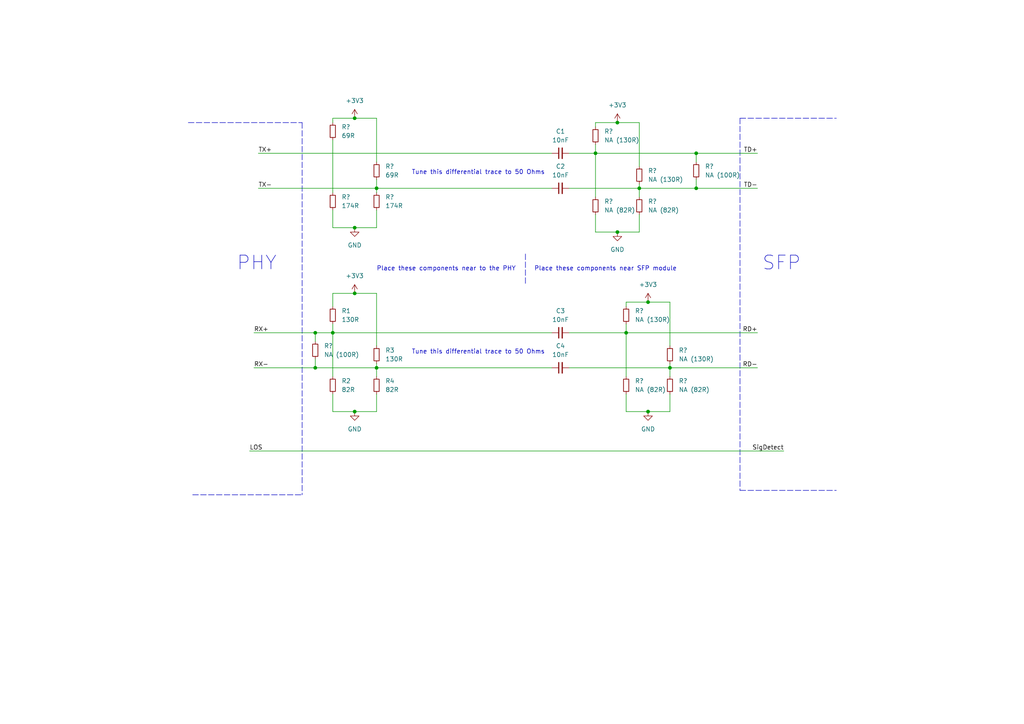
<source format=kicad_sch>
(kicad_sch (version 20211123) (generator eeschema)
  (paper "A4")
  (lib_symbols
    (symbol "Device:C_Small" (pin_numbers hide) (pin_names (offset 0.254) hide)
      (property "Reference" "C" (at 0.254 1.778 0))
      (property "Value" "C_Small" (at 0.254 -2.032 0))
      (symbol "C_Small_0_1"
        (polyline (pts (xy -1.524 -0.508) (xy 1.524 -0.508)) (stroke (width 0.3302)))
        (polyline (pts (xy -1.524 0.508) (xy 1.524 0.508)) (stroke (width 0.3048)))
      )
      (symbol "C_Small_1_1"
        (pin passive line (at 0 2.54 270) (length 2.032) (name "~") (number "1"))
        (pin passive line (at 0 -2.54 90) (length 2.032) (name "~") (number "2"))
      )
    )
    (symbol "Device:R_Small" (pin_numbers hide) (pin_names (offset 0.254) hide)
      (property "Reference" "R" (at 0.762 0.508 0))
      (property "Value" "R_Small" (at 0.762 -1.016 0))
      (symbol "R_Small_0_1"
        (rectangle (start -0.762 1.778) (end 0.762 -1.778) (stroke (width 0.2032)))
      )
      (symbol "R_Small_1_1"
        (pin passive line (at 0 2.54 270) (length 0.762) (name "~") (number "1"))
        (pin passive line (at 0 -2.54 90) (length 0.762) (name "~") (number "2"))
      )
    )
    (symbol "power:+3V3" (power) (pin_names (offset 0))
      (property "Value" "+3V3" (at 0 3.556 0))
      (symbol "+3V3_0_1"
        (polyline (pts (xy -0.762 1.27) (xy 0 2.54)))
        (polyline (pts (xy 0 0) (xy 0 2.54)))
        (polyline (pts (xy 0 2.54) (xy 0.762 1.27)))
      )
      (symbol "+3V3_1_1"
        (pin power_in line (at 0 0 90) (length 0) hide (name "+3V3") (number "1"))
      )
    )
    (symbol "power:GND" (power) (pin_names (offset 0))
      (property "Value" "GND" (at 0 -3.81 0))
      (symbol "GND_0_1"
        (polyline (pts (xy 0 0) (xy 0 -1.27) (xy 1.27 -1.27) (xy 0 -2.54) (xy -1.27 -1.27) (xy 0 -1.27)))
      )
      (symbol "GND_1_1"
        (pin power_in line (at 0 0 270) (length 0) hide (name "GND") (number "1"))
      )
    )
  )
  (junction (at 201.93 44.45))
  (junction (at 179.07 67.31))
  (junction (at 91.44 96.52))
  (junction (at 102.87 119.38))
  (junction (at 185.42 54.61))
  (junction (at 201.93 54.61))
  (junction (at 96.52 96.52))
  (junction (at 109.22 106.68))
  (junction (at 179.07 35.56))
  (junction (at 109.22 54.61))
  (junction (at 91.44 106.68))
  (junction (at 194.31 106.68))
  (junction (at 181.61 96.52))
  (junction (at 102.87 34.29))
  (junction (at 102.87 85.09))
  (junction (at 102.87 66.04))
  (junction (at 172.72 44.45))
  (junction (at 187.96 87.63))
  (junction (at 187.96 119.38))
  (wire (pts (xy 201.93 44.45) (xy 219.71 44.45)))
  (wire (pts (xy 73.66 106.68) (xy 91.44 106.68)))
  (wire (pts (xy 102.87 119.38) (xy 109.22 119.38)))
  (wire (pts (xy 194.31 87.63) (xy 187.96 87.63)))
  (wire (pts (xy 185.42 54.61) (xy 185.42 57.15)))
  (polyline (pts (xy 87.63 35.56) (xy 87.63 143.51)))
  (wire (pts (xy 109.22 52.07) (xy 109.22 54.61)))
  (polyline (pts (xy 54.61 35.56) (xy 87.63 35.56)))
  (wire (pts (xy 172.72 35.56) (xy 172.72 36.83)))
  (wire (pts (xy 109.22 114.3) (xy 109.22 119.38)))
  (wire (pts (xy 194.31 114.3) (xy 194.31 119.38)))
  (polyline (pts (xy 214.63 34.29) (xy 242.57 34.29)))
  (wire (pts (xy 109.22 106.68) (xy 160.02 106.68)))
  (wire (pts (xy 181.61 96.52) (xy 219.71 96.52)))
  (wire (pts (xy 74.93 44.45) (xy 160.02 44.45)))
  (polyline (pts (xy 55.88 143.51) (xy 87.63 143.51)))
  (wire (pts (xy 102.87 34.29) (xy 96.52 34.29)))
  (wire (pts (xy 109.22 85.09) (xy 102.87 85.09)))
  (wire (pts (xy 185.42 53.34) (xy 185.42 54.61)))
  (wire (pts (xy 102.87 66.04) (xy 109.22 66.04)))
  (wire (pts (xy 96.52 114.3) (xy 96.52 119.38)))
  (wire (pts (xy 96.52 85.09) (xy 96.52 88.9)))
  (wire (pts (xy 109.22 106.68) (xy 109.22 109.22)))
  (wire (pts (xy 172.72 44.45) (xy 201.93 44.45)))
  (wire (pts (xy 185.42 54.61) (xy 201.93 54.61)))
  (wire (pts (xy 96.52 34.29) (xy 96.52 35.56)))
  (wire (pts (xy 181.61 119.38) (xy 187.96 119.38)))
  (wire (pts (xy 194.31 106.68) (xy 219.71 106.68)))
  (wire (pts (xy 73.66 96.52) (xy 91.44 96.52)))
  (wire (pts (xy 187.96 119.38) (xy 194.31 119.38)))
  (wire (pts (xy 187.96 87.63) (xy 181.61 87.63)))
  (wire (pts (xy 172.72 67.31) (xy 179.07 67.31)))
  (wire (pts (xy 96.52 96.52) (xy 160.02 96.52)))
  (wire (pts (xy 201.93 54.61) (xy 219.71 54.61)))
  (wire (pts (xy 91.44 96.52) (xy 91.44 99.06)))
  (wire (pts (xy 181.61 87.63) (xy 181.61 88.9)))
  (wire (pts (xy 72.39 130.81) (xy 227.33 130.81)))
  (wire (pts (xy 181.61 96.52) (xy 181.61 109.22)))
  (wire (pts (xy 96.52 60.96) (xy 96.52 66.04)))
  (wire (pts (xy 109.22 34.29) (xy 102.87 34.29)))
  (wire (pts (xy 165.1 44.45) (xy 172.72 44.45)))
  (wire (pts (xy 109.22 60.96) (xy 109.22 66.04)))
  (wire (pts (xy 96.52 40.64) (xy 96.52 55.88)))
  (wire (pts (xy 109.22 54.61) (xy 160.02 54.61)))
  (wire (pts (xy 91.44 104.14) (xy 91.44 106.68)))
  (wire (pts (xy 109.22 54.61) (xy 109.22 55.88)))
  (wire (pts (xy 201.93 44.45) (xy 201.93 46.99)))
  (wire (pts (xy 172.72 41.91) (xy 172.72 44.45)))
  (wire (pts (xy 185.42 35.56) (xy 179.07 35.56)))
  (wire (pts (xy 91.44 106.68) (xy 109.22 106.68)))
  (wire (pts (xy 194.31 105.41) (xy 194.31 106.68)))
  (wire (pts (xy 109.22 46.99) (xy 109.22 34.29)))
  (wire (pts (xy 181.61 114.3) (xy 181.61 119.38)))
  (wire (pts (xy 96.52 66.04) (xy 102.87 66.04)))
  (wire (pts (xy 96.52 96.52) (xy 96.52 109.22)))
  (polyline (pts (xy 152.4 73.66) (xy 152.4 82.55)))
  (wire (pts (xy 172.72 44.45) (xy 172.72 57.15)))
  (wire (pts (xy 102.87 85.09) (xy 96.52 85.09)))
  (wire (pts (xy 179.07 35.56) (xy 172.72 35.56)))
  (wire (pts (xy 74.93 54.61) (xy 109.22 54.61)))
  (wire (pts (xy 96.52 119.38) (xy 102.87 119.38)))
  (wire (pts (xy 181.61 93.98) (xy 181.61 96.52)))
  (wire (pts (xy 165.1 106.68) (xy 194.31 106.68)))
  (polyline (pts (xy 214.63 142.24) (xy 242.57 142.24)))
  (wire (pts (xy 185.42 48.26) (xy 185.42 35.56)))
  (wire (pts (xy 165.1 54.61) (xy 185.42 54.61)))
  (wire (pts (xy 165.1 96.52) (xy 181.61 96.52)))
  (wire (pts (xy 185.42 62.23) (xy 185.42 67.31)))
  (wire (pts (xy 194.31 106.68) (xy 194.31 109.22)))
  (wire (pts (xy 91.44 96.52) (xy 96.52 96.52)))
  (wire (pts (xy 109.22 105.41) (xy 109.22 106.68)))
  (wire (pts (xy 96.52 93.98) (xy 96.52 96.52)))
  (wire (pts (xy 179.07 67.31) (xy 185.42 67.31)))
  (wire (pts (xy 109.22 85.09) (xy 109.22 100.33)))
  (wire (pts (xy 194.31 100.33) (xy 194.31 87.63)))
  (wire (pts (xy 201.93 52.07) (xy 201.93 54.61)))
  (wire (pts (xy 172.72 62.23) (xy 172.72 67.31)))
  (polyline (pts (xy 214.63 34.29) (xy 214.63 142.24)))
  (text "Tune this differential trace to 50 Ohms" (at 119.38 50.8 0) (effects (font (size 1.27 1.27)) (justify left bottom)))
  (text "Place these components near to the PHY" (at 109.22 78.74 0) (effects (font (size 1.27 1.27)) (justify left bottom)))
  (text "Tune this differential trace to 50 Ohms" (at 119.38 102.87 0) (effects (font (size 1.27 1.27)) (justify left bottom)))
  (text "SFP" (at 220.98 78.74 0) (effects (font (size 4 4)) (justify left bottom)))
  (text "Place these components near SFP module" (at 154.94 78.74 0) (effects (font (size 1.27 1.27)) (justify left bottom)))
  (text "PHY" (at 68.58 78.74 0) (effects (font (size 4 4)) (justify left bottom)))
  (label "TX+" (at 74.93 44.45 0))
  (label "LOS" (at 72.39 130.81 0))
  (label "RX+" (at 73.66 96.52 0))
  (label "SigDetect" (at 227.33 130.81 180))
  (label "RD+" (at 219.71 96.52 180))
  (label "RX-" (at 73.66 106.68 0))
  (label "TD-" (at 219.71 54.61 180))
  (label "TD+" (at 219.71 44.45 180))
  (label "RD-" (at 219.71 106.68 180))
  (label "TX-" (at 74.93 54.61 0))
  (symbol (lib_id "Device:R_Small") (at 194.31 111.76 0) (unit 1)
    (property "Reference" "R?" (at 196.85 110.4899 0) (effects (justify left)))
    (property "Value" "NA (82R)" (at 196.85 113.0299 0) (effects (justify left)))
  )
  (symbol (lib_id "Device:C_Small") (at 162.56 106.68 90) (unit 1)
    (property "Reference" "C4" (at 162.5663 100.33 90))
    (property "Value" "10nF" (at 162.5663 102.87 90))
  )
  (symbol (lib_id "Device:R_Small") (at 109.22 111.76 0) (unit 1)
    (property "Reference" "R4" (at 111.76 110.4899 0) (effects (justify left)))
    (property "Value" "82R" (at 111.76 113.0299 0) (effects (justify left)))
  )
  (symbol (lib_id "Device:R_Small") (at 172.72 59.69 0) (unit 1)
    (property "Reference" "R?" (at 175.26 58.4199 0) (effects (justify left)))
    (property "Value" "NA (82R)" (at 175.26 60.9599 0) (effects (justify left)))
  )
  (symbol (lib_id "Device:R_Small") (at 96.52 58.42 0) (unit 1)
    (property "Reference" "R?" (at 99.06 57.1499 0) (effects (justify left)))
    (property "Value" "174R" (at 99.06 59.6899 0) (effects (justify left)))
  )
  (symbol (lib_id "Device:R_Small") (at 109.22 58.42 0) (unit 1)
    (property "Reference" "R?" (at 111.76 57.1499 0) (effects (justify left)))
    (property "Value" "174R" (at 111.76 59.6899 0) (effects (justify left)))
  )
  (symbol (lib_id "Device:R_Small") (at 185.42 50.8 0) (unit 1)
    (property "Reference" "R?" (at 187.96 49.5299 0) (effects (justify left)))
    (property "Value" "NA (130R)" (at 187.96 52.0699 0) (effects (justify left)))
  )
  (symbol (lib_id "Device:R_Small") (at 91.44 101.6 0) (unit 1)
    (property "Reference" "R?" (at 93.98 100.3299 0) (effects (justify left)))
    (property "Value" "NA (100R)" (at 93.98 102.8699 0) (effects (justify left)))
  )
  (symbol (lib_id "power:+3V3") (at 102.87 34.29 0) (unit 1)
    (property "Reference" "#PWR?" (effects hide))
    (property "Value" "+3V3" (at 102.87 29.21 0))
  )
  (symbol (lib_id "power:GND") (at 179.07 67.31 0) (unit 1)
    (property "Reference" "#PWR?" (effects hide))
    (property "Value" "GND" (at 179.07 72.39 0))
  )
  (symbol (lib_id "power:+3V3") (at 179.07 35.56 0) (unit 1)
    (property "Reference" "#PWR?" (effects hide))
    (property "Value" "+3V3" (at 179.07 30.48 0))
  )
  (symbol (lib_id "power:GND") (at 102.87 66.04 0) (unit 1)
    (property "Reference" "#PWR?" (effects hide))
    (property "Value" "GND" (at 102.87 71.12 0))
  )
  (symbol (lib_id "Device:R_Small") (at 109.22 102.87 0) (unit 1)
    (property "Reference" "R3" (at 111.76 101.5999 0) (effects (justify left)))
    (property "Value" "130R" (at 111.76 104.1399 0) (effects (justify left)))
  )
  (symbol (lib_id "Device:R_Small") (at 181.61 111.76 0) (unit 1)
    (property "Reference" "R?" (at 184.15 110.4899 0) (effects (justify left)))
    (property "Value" "NA (82R)" (at 184.15 113.0299 0) (effects (justify left)))
  )
  (symbol (lib_id "Device:R_Small") (at 194.31 102.87 0) (unit 1)
    (property "Reference" "R?" (at 196.85 101.5999 0) (effects (justify left)))
    (property "Value" "NA (130R)" (at 196.85 104.1399 0) (effects (justify left)))
  )
  (symbol (lib_id "power:+3V3") (at 102.87 85.09 0) (unit 1)
    (property "Reference" "#PWR01" (effects hide))
    (property "Value" "+3V3" (at 102.87 80.01 0))
  )
  (symbol (lib_id "Device:C_Small") (at 162.56 44.45 90) (unit 1)
    (property "Reference" "C1" (at 162.5663 38.1 90))
    (property "Value" "10nF" (at 162.5663 40.64 90))
  )
  (symbol (lib_id "power:+3V3") (at 187.96 87.63 0) (unit 1)
    (property "Reference" "#PWR?" (effects hide))
    (property "Value" "+3V3" (at 187.96 82.55 0))
  )
  (symbol (lib_id "Device:R_Small") (at 185.42 59.69 0) (unit 1)
    (property "Reference" "R?" (at 187.96 58.4199 0) (effects (justify left)))
    (property "Value" "NA (82R)" (at 187.96 60.9599 0) (effects (justify left)))
  )
  (symbol (lib_id "Device:R_Small") (at 96.52 111.76 0) (unit 1)
    (property "Reference" "R2" (at 99.06 110.4899 0) (effects (justify left)))
    (property "Value" "82R" (at 99.06 113.0299 0) (effects (justify left)))
  )
  (symbol (lib_id "power:GND") (at 102.87 119.38 0) (unit 1)
    (property "Reference" "#PWR02" (effects hide))
    (property "Value" "GND" (at 102.87 124.46 0))
  )
  (symbol (lib_id "Device:R_Small") (at 201.93 49.53 0) (unit 1)
    (property "Reference" "R?" (at 204.47 48.2599 0) (effects (justify left)))
    (property "Value" "NA (100R)" (at 204.47 50.7999 0) (effects (justify left)))
  )
  (symbol (lib_id "Device:R_Small") (at 181.61 91.44 0) (unit 1)
    (property "Reference" "R?" (at 184.15 90.1699 0) (effects (justify left)))
    (property "Value" "NA (130R)" (at 184.15 92.7099 0) (effects (justify left)))
  )
  (symbol (lib_id "Device:R_Small") (at 172.72 39.37 0) (unit 1)
    (property "Reference" "R?" (at 175.26 38.0999 0) (effects (justify left)))
    (property "Value" "NA (130R)" (at 175.26 40.6399 0) (effects (justify left)))
  )
  (symbol (lib_id "Device:R_Small") (at 96.52 91.44 0) (unit 1)
    (property "Reference" "R1" (at 99.06 90.1699 0) (effects (justify left)))
    (property "Value" "130R" (at 99.06 92.7099 0) (effects (justify left)))
  )
  (symbol (lib_id "Device:R_Small") (at 109.22 49.53 0) (unit 1)
    (property "Reference" "R?" (at 111.76 48.2599 0) (effects (justify left)))
    (property "Value" "69R" (at 111.76 50.7999 0) (effects (justify left)))
  )
  (symbol (lib_id "power:GND") (at 187.96 119.38 0) (unit 1)
    (property "Reference" "#PWR?" (effects hide))
    (property "Value" "GND" (at 187.96 124.46 0))
  )
  (symbol (lib_id "Device:C_Small") (at 162.56 96.52 90) (unit 1)
    (property "Reference" "C3" (at 162.5663 90.17 90))
    (property "Value" "10nF" (at 162.5663 92.71 90))
  )
  (symbol (lib_id "Device:C_Small") (at 162.56 54.61 90) (unit 1)
    (property "Reference" "C2" (at 162.5663 48.26 90))
    (property "Value" "10nF" (at 162.5663 50.8 90))
  )
  (symbol (lib_id "Device:R_Small") (at 96.52 38.1 0) (unit 1)
    (property "Reference" "R?" (at 99.06 36.8299 0) (effects (justify left)))
    (property "Value" "69R" (at 99.06 39.3699 0) (effects (justify left)))
  )
)
</source>
